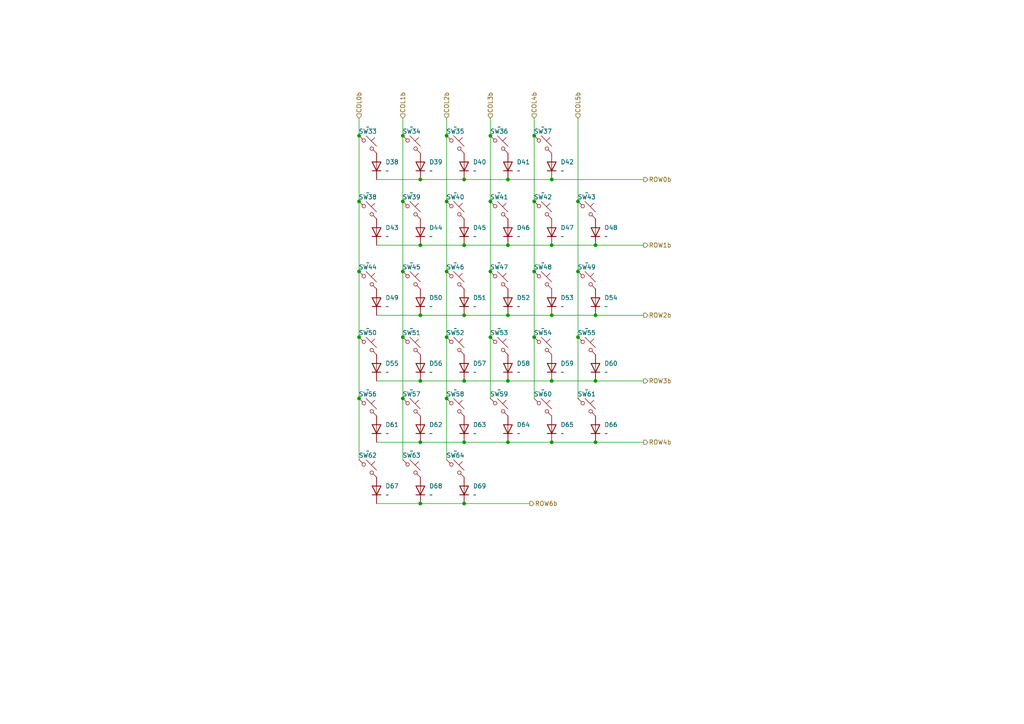
<source format=kicad_sch>
(kicad_sch (version 20250114) (generator "eeschema") (generator_version "9.0")
  (paper "A4")
  (title_block (title "Matrix for Slave side"))
  (lib_symbols
    (symbol "Device:D" (pin_numbers (hide yes)) (pin_names (offset 1.016) (hide yes))
      (property "Reference" "D" (at 0 2.54 0))
      (property "Value" "D" (at 0 -2.54 0))
      (symbol "D_0_1"
        (polyline (pts (xy -1.27 1.27) (xy -1.27 -1.27)) (stroke (width 0.254)))
        (polyline (pts (xy 1.27 1.27) (xy 1.27 -1.27) (xy -1.27 0) (xy 1.27 1.27)) (stroke (width 0.254)))
        (polyline (pts (xy 1.27 0) (xy -1.27 0)))
      )
      (symbol "D_1_1"
        (pin passive line (at -3.81 0 0) (length 2.54) (name "K") (number "1"))
        (pin passive line (at 3.81 0 180) (length 2.54) (name "A") (number "2"))
      )
    )
    (symbol "Switch:SW_Push_45deg" (pin_numbers (hide yes)) (pin_names (offset 1.016) (hide yes))
      (property "Reference" "SW" (at 3.048 1.016 0))
      (property "Value" "SW_Push_45deg" (at 0 -3.81 0))
      (symbol "SW_Push_45deg_0_1"
        (polyline (pts (xy -2.54 2.54) (xy -1.524 1.524) (xy -1.524 1.524)))
        (circle (center -1.1684 1.1684) (radius 0.508))
        (polyline (pts (xy -0.508 2.54) (xy 2.54 -0.508)))
        (polyline (pts (xy 1.016 1.016) (xy 2.032 2.032)))
        (circle (center 1.143 -1.1938) (radius 0.508))
        (polyline (pts (xy 1.524 -1.524) (xy 2.54 -2.54) (xy 2.54 -2.54) (xy 2.54 -2.54)))
        (pin passive line (at -2.54 2.54 0) (length 0) (name "1") (number "1"))
        (pin passive line (at 2.54 -2.54 180) (length 0) (name "2") (number "2"))
      )
    )
  )
  (junction (at 121.92 146.05))
  (junction (at 154.94 39.37))
  (junction (at 160.02 110.49))
  (junction (at 129.54 115.57))
  (junction (at 116.84 39.37))
  (junction (at 121.92 71.12))
  (junction (at 104.14 78.74))
  (junction (at 134.62 71.12))
  (junction (at 134.62 128.27))
  (junction (at 160.02 71.12))
  (junction (at 167.64 97.79))
  (junction (at 147.32 110.49))
  (junction (at 116.84 58.42))
  (junction (at 104.14 115.57))
  (junction (at 134.62 91.44))
  (junction (at 147.32 71.12))
  (junction (at 160.02 91.44))
  (junction (at 142.24 58.42))
  (junction (at 147.32 52.07))
  (junction (at 154.94 58.42))
  (junction (at 121.92 91.44))
  (junction (at 129.54 78.74))
  (junction (at 154.94 78.74))
  (junction (at 116.84 115.57))
  (junction (at 172.72 71.12))
  (junction (at 104.14 97.79))
  (junction (at 160.02 52.07))
  (junction (at 154.94 97.79))
  (junction (at 172.72 128.27))
  (junction (at 116.84 97.79))
  (junction (at 129.54 39.37))
  (junction (at 142.24 97.79))
  (junction (at 121.92 128.27))
  (junction (at 134.62 146.05))
  (junction (at 167.64 78.74))
  (junction (at 172.72 91.44))
  (junction (at 104.14 58.42))
  (junction (at 134.62 52.07))
  (junction (at 142.24 39.37))
  (junction (at 147.32 128.27))
  (junction (at 172.72 110.49))
  (junction (at 167.64 58.42))
  (junction (at 104.14 39.37))
  (junction (at 160.02 128.27))
  (junction (at 134.62 110.49))
  (junction (at 121.92 110.49))
  (junction (at 142.24 78.74))
  (junction (at 116.84 78.74))
  (junction (at 147.32 91.44))
  (junction (at 129.54 97.79))
  (junction (at 121.92 52.07))
  (junction (at 129.54 58.42))
  (wire (pts (xy 134.62 128.27) (xy 147.32 128.27)))
  (wire (pts (xy 129.54 97.79) (xy 129.54 115.57)))
  (wire (pts (xy 109.22 52.07) (xy 121.92 52.07)))
  (wire (pts (xy 172.72 110.49) (xy 186.69 110.49)))
  (wire (pts (xy 116.84 78.74) (xy 116.84 97.79)))
  (wire (pts (xy 121.92 128.27) (xy 134.62 128.27)))
  (wire (pts (xy 167.64 97.79) (xy 167.64 115.57)))
  (wire (pts (xy 104.14 39.37) (xy 104.14 58.42)))
  (wire (pts (xy 121.92 52.07) (xy 134.62 52.07)))
  (wire (pts (xy 147.32 110.49) (xy 160.02 110.49)))
  (wire (pts (xy 121.92 146.05) (xy 134.62 146.05)))
  (wire (pts (xy 116.84 39.37) (xy 116.84 58.42)))
  (wire (pts (xy 160.02 110.49) (xy 172.72 110.49)))
  (wire (pts (xy 134.62 52.07) (xy 147.32 52.07)))
  (wire (pts (xy 104.14 115.57) (xy 104.14 133.35)))
  (wire (pts (xy 142.24 39.37) (xy 142.24 58.42)))
  (wire (pts (xy 104.14 58.42) (xy 104.14 78.74)))
  (wire (pts (xy 160.02 52.07) (xy 186.69 52.07)))
  (wire (pts (xy 142.24 78.74) (xy 142.24 97.79)))
  (wire (pts (xy 121.92 71.12) (xy 134.62 71.12)))
  (wire (pts (xy 129.54 58.42) (xy 129.54 78.74)))
  (wire (pts (xy 134.62 91.44) (xy 147.32 91.44)))
  (wire (pts (xy 172.72 91.44) (xy 186.69 91.44)))
  (wire (pts (xy 172.72 128.27) (xy 186.69 128.27)))
  (wire (pts (xy 147.32 71.12) (xy 160.02 71.12)))
  (wire (pts (xy 109.22 146.05) (xy 121.92 146.05)))
  (wire (pts (xy 104.14 78.74) (xy 104.14 97.79)))
  (wire (pts (xy 154.94 58.42) (xy 154.94 78.74)))
  (wire (pts (xy 167.64 58.42) (xy 167.64 78.74)))
  (wire (pts (xy 154.94 39.37) (xy 154.94 58.42)))
  (wire (pts (xy 116.84 58.42) (xy 116.84 78.74)))
  (wire (pts (xy 109.22 110.49) (xy 121.92 110.49)))
  (wire (pts (xy 116.84 97.79) (xy 116.84 115.57)))
  (wire (pts (xy 116.84 34.29) (xy 116.84 39.37)))
  (wire (pts (xy 160.02 71.12) (xy 172.72 71.12)))
  (wire (pts (xy 167.64 34.29) (xy 167.64 58.42)))
  (wire (pts (xy 129.54 34.29) (xy 129.54 39.37)))
  (wire (pts (xy 134.62 71.12) (xy 147.32 71.12)))
  (wire (pts (xy 142.24 97.79) (xy 142.24 115.57)))
  (wire (pts (xy 147.32 128.27) (xy 160.02 128.27)))
  (wire (pts (xy 109.22 91.44) (xy 121.92 91.44)))
  (wire (pts (xy 142.24 34.29) (xy 142.24 39.37)))
  (wire (pts (xy 129.54 78.74) (xy 129.54 97.79)))
  (wire (pts (xy 121.92 91.44) (xy 134.62 91.44)))
  (wire (pts (xy 134.62 146.05) (xy 153.67 146.05)))
  (wire (pts (xy 109.22 71.12) (xy 121.92 71.12)))
  (wire (pts (xy 160.02 128.27) (xy 172.72 128.27)))
  (wire (pts (xy 129.54 115.57) (xy 129.54 133.35)))
  (wire (pts (xy 104.14 34.29) (xy 104.14 39.37)))
  (wire (pts (xy 109.22 128.27) (xy 121.92 128.27)))
  (wire (pts (xy 160.02 91.44) (xy 172.72 91.44)))
  (wire (pts (xy 154.94 34.29) (xy 154.94 39.37)))
  (wire (pts (xy 121.92 110.49) (xy 134.62 110.49)))
  (wire (pts (xy 167.64 78.74) (xy 167.64 97.79)))
  (wire (pts (xy 134.62 110.49) (xy 147.32 110.49)))
  (wire (pts (xy 147.32 91.44) (xy 160.02 91.44)))
  (wire (pts (xy 142.24 58.42) (xy 142.24 78.74)))
  (wire (pts (xy 154.94 78.74) (xy 154.94 97.79)))
  (wire (pts (xy 129.54 39.37) (xy 129.54 58.42)))
  (wire (pts (xy 147.32 52.07) (xy 160.02 52.07)))
  (wire (pts (xy 172.72 71.12) (xy 186.69 71.12)))
  (wire (pts (xy 116.84 115.57) (xy 116.84 133.35)))
  (wire (pts (xy 154.94 97.79) (xy 154.94 115.57)))
  (wire (pts (xy 104.14 97.79) (xy 104.14 115.57)))
  (hierarchical_label "COL5b" (shape input) (at 167.64 34.29 90))
  (hierarchical_label "COL3b" (shape input) (at 142.24 34.29 90))
  (hierarchical_label "ROW4b" (shape output) (at 186.69 128.27 0))
  (hierarchical_label "COL4b" (shape input) (at 154.94 34.29 90))
  (hierarchical_label "ROW1b" (shape output) (at 186.69 71.12 0))
  (hierarchical_label "ROW3b" (shape output) (at 186.69 110.49 0))
  (hierarchical_label "ROW2b" (shape output) (at 186.69 91.44 0))
  (hierarchical_label "COL1b" (shape input) (at 116.84 34.29 90))
  (hierarchical_label "COL0b" (shape input) (at 104.14 34.29 90))
  (hierarchical_label "COL2b" (shape input) (at 129.54 34.29 90))
  (hierarchical_label "ROW0b" (shape output) (at 186.69 52.07 0))
  (hierarchical_label "ROW6b" (shape output) (at 153.67 146.05 0))
  (symbol (lib_id "Switch:SW_Push_45deg") (at 106.68 118.11 0) (unit 1)
    (property "Reference" "SW56" (at 106.68 114.3 0))
    (property "Value" "~" (at 106.68 113.03 0))
    (property "Footprint" "PCM_Switch_Keyboard_Hotswap_Kailh:SW_Hotswap_Kailh_Choc_V1_Plated_1.00u" (effects (hide yes)))
  )
  (symbol (lib_id "Switch:SW_Push_45deg") (at 170.18 81.28 0) (unit 1)
    (property "Reference" "SW49" (at 170.18 77.47 0))
    (property "Value" "~" (at 170.18 76.2 0))
    (property "Footprint" "PCM_Switch_Keyboard_Hotswap_Kailh:SW_Hotswap_Kailh_Choc_V1_Plated_1.00u" (effects (hide yes)))
  )
  (symbol (lib_id "Device:D") (at 134.62 87.63 90) (unit 1)
    (property "Reference" "D51" (at 137.16 86.36 90) (effects (justify right)))
    (property "Value" "~" (at 137.16 88.9 90) (effects (justify right)))
    (property "Footprint" "Diode_SMD:D_SOD-123" (effects (hide yes)))
    (property "Sim.Device" "D" (effects (hide yes)))
    (property "Sim.Pins" "1=K 2=A" (effects (hide yes)))
  )
  (symbol (lib_id "Switch:SW_Push_45deg") (at 157.48 41.91 0) (unit 1)
    (property "Reference" "SW37" (at 157.48 38.1 0))
    (property "Value" "~" (at 157.48 36.83 0))
    (property "Footprint" "PCM_Switch_Keyboard_Hotswap_Kailh:SW_Hotswap_Kailh_Choc_V1_Plated_1.00u" (effects (hide yes)))
  )
  (symbol (lib_id "Switch:SW_Push_45deg") (at 170.18 118.11 0) (unit 1)
    (property "Reference" "SW61" (at 170.18 114.3 0))
    (property "Value" "~" (at 170.18 113.03 0))
    (property "Footprint" "PCM_Switch_Keyboard_Hotswap_Kailh:SW_Hotswap_Kailh_Choc_V1_Plated_1.00u" (effects (hide yes)))
  )
  (symbol (lib_id "Device:D") (at 172.72 67.31 90) (unit 1)
    (property "Reference" "D48" (at 175.26 66.04 90) (effects (justify right)))
    (property "Value" "~" (at 175.26 68.58 90) (effects (justify right)))
    (property "Footprint" "Diode_SMD:D_SOD-123" (effects (hide yes)))
    (property "Sim.Device" "D" (effects (hide yes)))
    (property "Sim.Pins" "1=K 2=A" (effects (hide yes)))
  )
  (symbol (lib_id "Device:D") (at 109.22 67.31 90) (unit 1)
    (property "Reference" "D43" (at 111.76 66.04 90) (effects (justify right)))
    (property "Value" "~" (at 111.76 68.58 90) (effects (justify right)))
    (property "Footprint" "Diode_SMD:D_SOD-123" (effects (hide yes)))
    (property "Sim.Device" "D" (effects (hide yes)))
    (property "Sim.Pins" "1=K 2=A" (effects (hide yes)))
  )
  (symbol (lib_id "Device:D") (at 121.92 106.68 90) (unit 1)
    (property "Reference" "D56" (at 124.46 105.41 90) (effects (justify right)))
    (property "Value" "~" (at 124.46 107.95 90) (effects (justify right)))
    (property "Footprint" "Diode_SMD:D_SOD-123" (effects (hide yes)))
    (property "Sim.Device" "D" (effects (hide yes)))
    (property "Sim.Pins" "1=K 2=A" (effects (hide yes)))
  )
  (symbol (lib_id "Switch:SW_Push_45deg") (at 132.08 41.91 0) (unit 1)
    (property "Reference" "SW35" (at 132.08 38.1 0))
    (property "Value" "~" (at 132.08 36.83 0))
    (property "Footprint" "PCM_Switch_Keyboard_Hotswap_Kailh:SW_Hotswap_Kailh_Choc_V1_Plated_1.00u" (effects (hide yes)))
  )
  (symbol (lib_id "Device:D") (at 160.02 124.46 90) (unit 1)
    (property "Reference" "D65" (at 162.56 123.19 90) (effects (justify right)))
    (property "Value" "~" (at 162.56 125.73 90) (effects (justify right)))
    (property "Footprint" "Diode_SMD:D_SOD-123" (effects (hide yes)))
    (property "Sim.Device" "D" (effects (hide yes)))
    (property "Sim.Pins" "1=K 2=A" (effects (hide yes)))
  )
  (symbol (lib_id "Switch:SW_Push_45deg") (at 132.08 118.11 0) (unit 1)
    (property "Reference" "SW58" (at 132.08 114.3 0))
    (property "Value" "~" (at 132.08 113.03 0))
    (property "Footprint" "PCM_Switch_Keyboard_Hotswap_Kailh:SW_Hotswap_Kailh_Choc_V1_Plated_1.00u" (effects (hide yes)))
  )
  (symbol (lib_id "Switch:SW_Push_45deg") (at 170.18 100.33 0) (unit 1)
    (property "Reference" "SW55" (at 170.18 96.52 0))
    (property "Value" "~" (at 170.18 95.25 0))
    (property "Footprint" "PCM_Switch_Keyboard_Hotswap_Kailh:SW_Hotswap_Kailh_Choc_V1_Plated_1.00u" (effects (hide yes)))
  )
  (symbol (lib_id "Switch:SW_Push_45deg") (at 106.68 135.89 0) (unit 1)
    (property "Reference" "SW62" (at 106.68 132.08 0))
    (property "Value" "~" (at 106.68 130.81 0))
    (property "Footprint" "PCM_Switch_Keyboard_Hotswap_Kailh:SW_Hotswap_Kailh_Choc_V1_Plated_1.50u" (effects (hide yes)))
  )
  (symbol (lib_id "Device:D") (at 172.72 124.46 90) (unit 1)
    (property "Reference" "D66" (at 175.26 123.19 90) (effects (justify right)))
    (property "Value" "~" (at 175.26 125.73 90) (effects (justify right)))
    (property "Footprint" "Diode_SMD:D_SOD-123" (effects (hide yes)))
    (property "Sim.Device" "D" (effects (hide yes)))
    (property "Sim.Pins" "1=K 2=A" (effects (hide yes)))
  )
  (symbol (lib_id "Device:D") (at 121.92 67.31 90) (unit 1)
    (property "Reference" "D44" (at 124.46 66.04 90) (effects (justify right)))
    (property "Value" "~" (at 124.46 68.58 90) (effects (justify right)))
    (property "Footprint" "Diode_SMD:D_SOD-123" (effects (hide yes)))
    (property "Sim.Device" "D" (effects (hide yes)))
    (property "Sim.Pins" "1=K 2=A" (effects (hide yes)))
  )
  (symbol (lib_id "Device:D") (at 109.22 142.24 90) (unit 1)
    (property "Reference" "D67" (at 111.76 140.97 90) (effects (justify right)))
    (property "Value" "~" (at 111.76 143.51 90) (effects (justify right)))
    (property "Footprint" "Diode_SMD:D_SOD-123" (effects (hide yes)))
    (property "Sim.Device" "D" (effects (hide yes)))
    (property "Sim.Pins" "1=K 2=A" (effects (hide yes)))
  )
  (symbol (lib_id "Switch:SW_Push_45deg") (at 144.78 60.96 0) (unit 1)
    (property "Reference" "SW41" (at 144.78 57.15 0))
    (property "Value" "~" (at 144.78 55.88 0))
    (property "Footprint" "PCM_Switch_Keyboard_Hotswap_Kailh:SW_Hotswap_Kailh_Choc_V1_Plated_1.00u" (effects (hide yes)))
  )
  (symbol (lib_id "Device:D") (at 109.22 48.26 90) (unit 1)
    (property "Reference" "D38" (at 111.76 46.99 90) (effects (justify right)))
    (property "Value" "~" (at 111.76 49.53 90) (effects (justify right)))
    (property "Footprint" "Diode_SMD:D_SOD-123" (effects (hide yes)))
    (property "Sim.Device" "D" (effects (hide yes)))
    (property "Sim.Pins" "1=K 2=A" (effects (hide yes)))
  )
  (symbol (lib_id "Switch:SW_Push_45deg") (at 144.78 118.11 0) (unit 1)
    (property "Reference" "SW59" (at 144.78 114.3 0))
    (property "Value" "~" (at 144.78 113.03 0))
    (property "Footprint" "PCM_Switch_Keyboard_Hotswap_Kailh:SW_Hotswap_Kailh_Choc_V1_Plated_1.00u" (effects (hide yes)))
  )
  (symbol (lib_id "Device:D") (at 134.62 124.46 90) (unit 1)
    (property "Reference" "D63" (at 137.16 123.19 90) (effects (justify right)))
    (property "Value" "~" (at 137.16 125.73 90) (effects (justify right)))
    (property "Footprint" "Diode_SMD:D_SOD-123" (effects (hide yes)))
    (property "Sim.Device" "D" (effects (hide yes)))
    (property "Sim.Pins" "1=K 2=A" (effects (hide yes)))
  )
  (symbol (lib_id "Switch:SW_Push_45deg") (at 132.08 135.89 0) (unit 1)
    (property "Reference" "SW64" (at 132.08 132.08 0))
    (property "Value" "~" (at 132.08 130.81 0))
    (property "Footprint" "PCM_Switch_Keyboard_Hotswap_Kailh:SW_Hotswap_Kailh_Choc_V1_Plated_1.00u" (effects (hide yes)))
  )
  (symbol (lib_id "Device:D") (at 147.32 87.63 90) (unit 1)
    (property "Reference" "D52" (at 149.86 86.36 90) (effects (justify right)))
    (property "Value" "~" (at 149.86 88.9 90) (effects (justify right)))
    (property "Footprint" "Diode_SMD:D_SOD-123" (effects (hide yes)))
    (property "Sim.Device" "D" (effects (hide yes)))
    (property "Sim.Pins" "1=K 2=A" (effects (hide yes)))
  )
  (symbol (lib_id "Device:D") (at 121.92 124.46 90) (unit 1)
    (property "Reference" "D62" (at 124.46 123.19 90) (effects (justify right)))
    (property "Value" "~" (at 124.46 125.73 90) (effects (justify right)))
    (property "Footprint" "Diode_SMD:D_SOD-123" (effects (hide yes)))
    (property "Sim.Device" "D" (effects (hide yes)))
    (property "Sim.Pins" "1=K 2=A" (effects (hide yes)))
  )
  (symbol (lib_id "Switch:SW_Push_45deg") (at 119.38 118.11 0) (unit 1)
    (property "Reference" "SW57" (at 119.38 114.3 0))
    (property "Value" "~" (at 119.38 113.03 0))
    (property "Footprint" "PCM_Switch_Keyboard_Hotswap_Kailh:SW_Hotswap_Kailh_Choc_V1_Plated_1.00u" (effects (hide yes)))
  )
  (symbol (lib_id "Device:D") (at 134.62 48.26 90) (unit 1)
    (property "Reference" "D40" (at 137.16 46.99 90) (effects (justify right)))
    (property "Value" "~" (at 137.16 49.53 90) (effects (justify right)))
    (property "Footprint" "Diode_SMD:D_SOD-123" (effects (hide yes)))
    (property "Sim.Device" "D" (effects (hide yes)))
    (property "Sim.Pins" "1=K 2=A" (effects (hide yes)))
  )
  (symbol (lib_id "Device:D") (at 134.62 142.24 90) (unit 1)
    (property "Reference" "D69" (at 137.16 140.97 90) (effects (justify right)))
    (property "Value" "~" (at 137.16 143.51 90) (effects (justify right)))
    (property "Footprint" "Diode_SMD:D_SOD-123" (effects (hide yes)))
    (property "Sim.Device" "D" (effects (hide yes)))
    (property "Sim.Pins" "1=K 2=A" (effects (hide yes)))
  )
  (symbol (lib_id "Switch:SW_Push_45deg") (at 119.38 135.89 0) (unit 1)
    (property "Reference" "SW63" (at 119.38 132.08 0))
    (property "Value" "~" (at 119.38 130.81 0))
    (property "Footprint" "PCM_Switch_Keyboard_Hotswap_Kailh:SW_Hotswap_Kailh_Choc_V1_Plated_1.00u" (effects (hide yes)))
  )
  (symbol (lib_id "Device:D") (at 121.92 48.26 90) (unit 1)
    (property "Reference" "D39" (at 124.46 46.99 90) (effects (justify right)))
    (property "Value" "~" (at 124.46 49.53 90) (effects (justify right)))
    (property "Footprint" "Diode_SMD:D_SOD-123" (effects (hide yes)))
    (property "Sim.Device" "D" (effects (hide yes)))
    (property "Sim.Pins" "1=K 2=A" (effects (hide yes)))
  )
  (symbol (lib_id "Switch:SW_Push_45deg") (at 132.08 60.96 0) (unit 1)
    (property "Reference" "SW40" (at 132.08 57.15 0))
    (property "Value" "~" (at 132.08 55.88 0))
    (property "Footprint" "PCM_Switch_Keyboard_Hotswap_Kailh:SW_Hotswap_Kailh_Choc_V1_Plated_1.00u" (effects (hide yes)))
  )
  (symbol (lib_id "Device:D") (at 134.62 106.68 90) (unit 1)
    (property "Reference" "D57" (at 137.16 105.41 90) (effects (justify right)))
    (property "Value" "~" (at 137.16 107.95 90) (effects (justify right)))
    (property "Footprint" "Diode_SMD:D_SOD-123" (effects (hide yes)))
    (property "Sim.Device" "D" (effects (hide yes)))
    (property "Sim.Pins" "1=K 2=A" (effects (hide yes)))
  )
  (symbol (lib_id "Switch:SW_Push_45deg") (at 157.48 118.11 0) (unit 1)
    (property "Reference" "SW60" (at 157.48 114.3 0))
    (property "Value" "~" (at 157.48 113.03 0))
    (property "Footprint" "PCM_Switch_Keyboard_Hotswap_Kailh:SW_Hotswap_Kailh_Choc_V1_Plated_1.00u" (effects (hide yes)))
  )
  (symbol (lib_id "Switch:SW_Push_45deg") (at 106.68 100.33 0) (unit 1)
    (property "Reference" "SW50" (at 106.68 96.52 0))
    (property "Value" "~" (at 106.68 95.25 0))
    (property "Footprint" "PCM_Switch_Keyboard_Hotswap_Kailh:SW_Hotswap_Kailh_Choc_V1_Plated_1.00u" (effects (hide yes)))
  )
  (symbol (lib_id "Device:D") (at 134.62 67.31 90) (unit 1)
    (property "Reference" "D45" (at 137.16 66.04 90) (effects (justify right)))
    (property "Value" "~" (at 137.16 68.58 90) (effects (justify right)))
    (property "Footprint" "Diode_SMD:D_SOD-123" (effects (hide yes)))
    (property "Sim.Device" "D" (effects (hide yes)))
    (property "Sim.Pins" "1=K 2=A" (effects (hide yes)))
  )
  (symbol (lib_id "Switch:SW_Push_45deg") (at 119.38 41.91 0) (unit 1)
    (property "Reference" "SW34" (at 119.38 38.1 0))
    (property "Value" "~" (at 119.38 36.83 0))
    (property "Footprint" "PCM_Switch_Keyboard_Hotswap_Kailh:SW_Hotswap_Kailh_Choc_V1_Plated_1.00u" (effects (hide yes)))
  )
  (symbol (lib_id "Device:D") (at 121.92 142.24 90) (unit 1)
    (property "Reference" "D68" (at 124.46 140.97 90) (effects (justify right)))
    (property "Value" "~" (at 124.46 143.51 90) (effects (justify right)))
    (property "Footprint" "Diode_SMD:D_SOD-123" (effects (hide yes)))
    (property "Sim.Device" "D" (effects (hide yes)))
    (property "Sim.Pins" "1=K 2=A" (effects (hide yes)))
  )
  (symbol (lib_id "Device:D") (at 109.22 106.68 90) (unit 1)
    (property "Reference" "D55" (at 111.76 105.41 90) (effects (justify right)))
    (property "Value" "~" (at 111.76 107.95 90) (effects (justify right)))
    (property "Footprint" "Diode_SMD:D_SOD-123" (effects (hide yes)))
    (property "Sim.Device" "D" (effects (hide yes)))
    (property "Sim.Pins" "1=K 2=A" (effects (hide yes)))
  )
  (symbol (lib_id "Switch:SW_Push_45deg") (at 106.68 41.91 0) (unit 1)
    (property "Reference" "SW33" (at 106.68 38.1 0))
    (property "Value" "~" (at 106.68 36.83 0))
    (property "Footprint" "PCM_Switch_Keyboard_Hotswap_Kailh:SW_Hotswap_Kailh_Choc_V1_Plated_1.00u" (effects (hide yes)))
  )
  (symbol (lib_id "Switch:SW_Push_45deg") (at 157.48 81.28 0) (unit 1)
    (property "Reference" "SW48" (at 157.48 77.47 0))
    (property "Value" "~" (at 157.48 76.2 0))
    (property "Footprint" "PCM_Switch_Keyboard_Hotswap_Kailh:SW_Hotswap_Kailh_Choc_V1_Plated_1.00u" (effects (hide yes)))
  )
  (symbol (lib_id "Switch:SW_Push_45deg") (at 157.48 100.33 0) (unit 1)
    (property "Reference" "SW54" (at 157.48 96.52 0))
    (property "Value" "~" (at 157.48 95.25 0))
    (property "Footprint" "PCM_Switch_Keyboard_Hotswap_Kailh:SW_Hotswap_Kailh_Choc_V1_Plated_1.00u" (effects (hide yes)))
  )
  (symbol (lib_id "Device:D") (at 160.02 106.68 90) (unit 1)
    (property "Reference" "D59" (at 162.56 105.41 90) (effects (justify right)))
    (property "Value" "~" (at 162.56 107.95 90) (effects (justify right)))
    (property "Footprint" "Diode_SMD:D_SOD-123" (effects (hide yes)))
    (property "Sim.Device" "D" (effects (hide yes)))
    (property "Sim.Pins" "1=K 2=A" (effects (hide yes)))
  )
  (symbol (lib_id "Device:D") (at 160.02 87.63 90) (unit 1)
    (property "Reference" "D53" (at 162.56 86.36 90) (effects (justify right)))
    (property "Value" "~" (at 162.56 88.9 90) (effects (justify right)))
    (property "Footprint" "Diode_SMD:D_SOD-123" (effects (hide yes)))
    (property "Sim.Device" "D" (effects (hide yes)))
    (property "Sim.Pins" "1=K 2=A" (effects (hide yes)))
  )
  (symbol (lib_id "Switch:SW_Push_45deg") (at 106.68 60.96 0) (unit 1)
    (property "Reference" "SW38" (at 106.68 57.15 0))
    (property "Value" "~" (at 106.68 55.88 0))
    (property "Footprint" "PCM_Switch_Keyboard_Hotswap_Kailh:SW_Hotswap_Kailh_Choc_V1_Plated_1.00u" (effects (hide yes)))
  )
  (symbol (lib_id "Device:D") (at 121.92 87.63 90) (unit 1)
    (property "Reference" "D50" (at 124.46 86.36 90) (effects (justify right)))
    (property "Value" "~" (at 124.46 88.9 90) (effects (justify right)))
    (property "Footprint" "Diode_SMD:D_SOD-123" (effects (hide yes)))
    (property "Sim.Device" "D" (effects (hide yes)))
    (property "Sim.Pins" "1=K 2=A" (effects (hide yes)))
  )
  (symbol (lib_id "Switch:SW_Push_45deg") (at 119.38 81.28 0) (unit 1)
    (property "Reference" "SW45" (at 119.38 77.47 0))
    (property "Value" "~" (at 119.38 76.2 0))
    (property "Footprint" "PCM_Switch_Keyboard_Hotswap_Kailh:SW_Hotswap_Kailh_Choc_V1_Plated_1.00u" (effects (hide yes)))
  )
  (symbol (lib_id "Switch:SW_Push_45deg") (at 157.48 60.96 0) (unit 1)
    (property "Reference" "SW42" (at 157.48 57.15 0))
    (property "Value" "~" (at 157.48 55.88 0))
    (property "Footprint" "PCM_Switch_Keyboard_Hotswap_Kailh:SW_Hotswap_Kailh_Choc_V1_Plated_1.00u" (effects (hide yes)))
  )
  (symbol (lib_id "Device:D") (at 160.02 67.31 90) (unit 1)
    (property "Reference" "D47" (at 162.56 66.04 90) (effects (justify right)))
    (property "Value" "~" (at 162.56 68.58 90) (effects (justify right)))
    (property "Footprint" "Diode_SMD:D_SOD-123" (effects (hide yes)))
    (property "Sim.Device" "D" (effects (hide yes)))
    (property "Sim.Pins" "1=K 2=A" (effects (hide yes)))
  )
  (symbol (lib_id "Device:D") (at 160.02 48.26 90) (unit 1)
    (property "Reference" "D42" (at 162.56 46.99 90) (effects (justify right)))
    (property "Value" "~" (at 162.56 49.53 90) (effects (justify right)))
    (property "Footprint" "Diode_SMD:D_SOD-123" (effects (hide yes)))
    (property "Sim.Device" "D" (effects (hide yes)))
    (property "Sim.Pins" "1=K 2=A" (effects (hide yes)))
  )
  (symbol (lib_id "Device:D") (at 147.32 106.68 90) (unit 1)
    (property "Reference" "D58" (at 149.86 105.41 90) (effects (justify right)))
    (property "Value" "~" (at 149.86 107.95 90) (effects (justify right)))
    (property "Footprint" "Diode_SMD:D_SOD-123" (effects (hide yes)))
    (property "Sim.Device" "D" (effects (hide yes)))
    (property "Sim.Pins" "1=K 2=A" (effects (hide yes)))
  )
  (symbol (lib_id "Device:D") (at 109.22 87.63 90) (unit 1)
    (property "Reference" "D49" (at 111.76 86.36 90) (effects (justify right)))
    (property "Value" "~" (at 111.76 88.9 90) (effects (justify right)))
    (property "Footprint" "Diode_SMD:D_SOD-123" (effects (hide yes)))
    (property "Sim.Device" "D" (effects (hide yes)))
    (property "Sim.Pins" "1=K 2=A" (effects (hide yes)))
  )
  (symbol (lib_id "Switch:SW_Push_45deg") (at 132.08 81.28 0) (unit 1)
    (property "Reference" "SW46" (at 132.08 77.47 0))
    (property "Value" "~" (at 132.08 76.2 0))
    (property "Footprint" "PCM_Switch_Keyboard_Hotswap_Kailh:SW_Hotswap_Kailh_Choc_V1_Plated_1.00u" (effects (hide yes)))
  )
  (symbol (lib_id "Device:D") (at 147.32 67.31 90) (unit 1)
    (property "Reference" "D46" (at 149.86 66.04 90) (effects (justify right)))
    (property "Value" "~" (at 149.86 68.58 90) (effects (justify right)))
    (property "Footprint" "Diode_SMD:D_SOD-123" (effects (hide yes)))
    (property "Sim.Device" "D" (effects (hide yes)))
    (property "Sim.Pins" "1=K 2=A" (effects (hide yes)))
  )
  (symbol (lib_id "Switch:SW_Push_45deg") (at 119.38 100.33 0) (unit 1)
    (property "Reference" "SW51" (at 119.38 96.52 0))
    (property "Value" "~" (at 119.38 95.25 0))
    (property "Footprint" "PCM_Switch_Keyboard_Hotswap_Kailh:SW_Hotswap_Kailh_Choc_V1_Plated_1.00u" (effects (hide yes)))
  )
  (symbol (lib_id "Switch:SW_Push_45deg") (at 144.78 100.33 0) (unit 1)
    (property "Reference" "SW53" (at 144.78 96.52 0))
    (property "Value" "~" (at 144.78 95.25 0))
    (property "Footprint" "PCM_Switch_Keyboard_Hotswap_Kailh:SW_Hotswap_Kailh_Choc_V1_Plated_1.00u" (effects (hide yes)))
  )
  (symbol (lib_id "Device:D") (at 147.32 124.46 90) (unit 1)
    (property "Reference" "D64" (at 149.86 123.19 90) (effects (justify right)))
    (property "Value" "~" (at 149.86 125.73 90) (effects (justify right)))
    (property "Footprint" "Diode_SMD:D_SOD-123" (effects (hide yes)))
    (property "Sim.Device" "D" (effects (hide yes)))
    (property "Sim.Pins" "1=K 2=A" (effects (hide yes)))
  )
  (symbol (lib_id "Switch:SW_Push_45deg") (at 132.08 100.33 0) (unit 1)
    (property "Reference" "SW52" (at 132.08 96.52 0))
    (property "Value" "~" (at 132.08 95.25 0))
    (property "Footprint" "PCM_Switch_Keyboard_Hotswap_Kailh:SW_Hotswap_Kailh_Choc_V1_Plated_1.00u" (effects (hide yes)))
  )
  (symbol (lib_id "Switch:SW_Push_45deg") (at 144.78 41.91 0) (unit 1)
    (property "Reference" "SW36" (at 144.78 38.1 0))
    (property "Value" "~" (at 144.78 36.83 0))
    (property "Footprint" "PCM_Switch_Keyboard_Hotswap_Kailh:SW_Hotswap_Kailh_Choc_V1_Plated_1.00u" (effects (hide yes)))
  )
  (symbol (lib_id "Switch:SW_Push_45deg") (at 170.18 60.96 0) (unit 1)
    (property "Reference" "SW43" (at 170.18 57.15 0))
    (property "Value" "~" (at 170.18 55.88 0))
    (property "Footprint" "PCM_Switch_Keyboard_Hotswap_Kailh:SW_Hotswap_Kailh_Choc_V1_Plated_1.00u" (effects (hide yes)))
  )
  (symbol (lib_id "Switch:SW_Push_45deg") (at 144.78 81.28 0) (unit 1)
    (property "Reference" "SW47" (at 144.78 77.47 0))
    (property "Value" "~" (at 144.78 76.2 0))
    (property "Footprint" "PCM_Switch_Keyboard_Hotswap_Kailh:SW_Hotswap_Kailh_Choc_V1_Plated_1.00u" (effects (hide yes)))
  )
  (symbol (lib_id "Device:D") (at 172.72 106.68 90) (unit 1)
    (property "Reference" "D60" (at 175.26 105.41 90) (effects (justify right)))
    (property "Value" "~" (at 175.26 107.95 90) (effects (justify right)))
    (property "Footprint" "Diode_SMD:D_SOD-123" (effects (hide yes)))
    (property "Sim.Device" "D" (effects (hide yes)))
    (property "Sim.Pins" "1=K 2=A" (effects (hide yes)))
  )
  (symbol (lib_id "Switch:SW_Push_45deg") (at 106.68 81.28 0) (unit 1)
    (property "Reference" "SW44" (at 106.68 77.47 0))
    (property "Value" "~" (at 106.68 76.2 0))
    (property "Footprint" "PCM_Switch_Keyboard_Hotswap_Kailh:SW_Hotswap_Kailh_Choc_V1_Plated_1.00u" (effects (hide yes)))
  )
  (symbol (lib_id "Device:D") (at 109.22 124.46 90) (unit 1)
    (property "Reference" "D61" (at 111.76 123.19 90) (effects (justify right)))
    (property "Value" "~" (at 111.76 125.73 90) (effects (justify right)))
    (property "Footprint" "Diode_SMD:D_SOD-123" (effects (hide yes)))
    (property "Sim.Device" "D" (effects (hide yes)))
    (property "Sim.Pins" "1=K 2=A" (effects (hide yes)))
  )
  (symbol (lib_id "Switch:SW_Push_45deg") (at 119.38 60.96 0) (unit 1)
    (property "Reference" "SW39" (at 119.38 57.15 0))
    (property "Value" "~" (at 119.38 55.88 0))
    (property "Footprint" "PCM_Switch_Keyboard_Hotswap_Kailh:SW_Hotswap_Kailh_Choc_V1_Plated_1.00u" (effects (hide yes)))
  )
  (symbol (lib_id "Device:D") (at 172.72 87.63 90) (unit 1)
    (property "Reference" "D54" (at 175.26 86.36 90) (effects (justify right)))
    (property "Value" "~" (at 175.26 88.9 90) (effects (justify right)))
    (property "Footprint" "Diode_SMD:D_SOD-123" (effects (hide yes)))
    (property "Sim.Device" "D" (effects (hide yes)))
    (property "Sim.Pins" "1=K 2=A" (effects (hide yes)))
  )
  (symbol (lib_id "Device:D") (at 147.32 48.26 90) (unit 1)
    (property "Reference" "D41" (at 149.86 46.99 90) (effects (justify right)))
    (property "Value" "~" (at 149.86 49.53 90) (effects (justify right)))
    (property "Footprint" "Diode_SMD:D_SOD-123" (effects (hide yes)))
    (property "Sim.Device" "D" (effects (hide yes)))
    (property "Sim.Pins" "1=K 2=A" (effects (hide yes)))
  )
)
</source>
